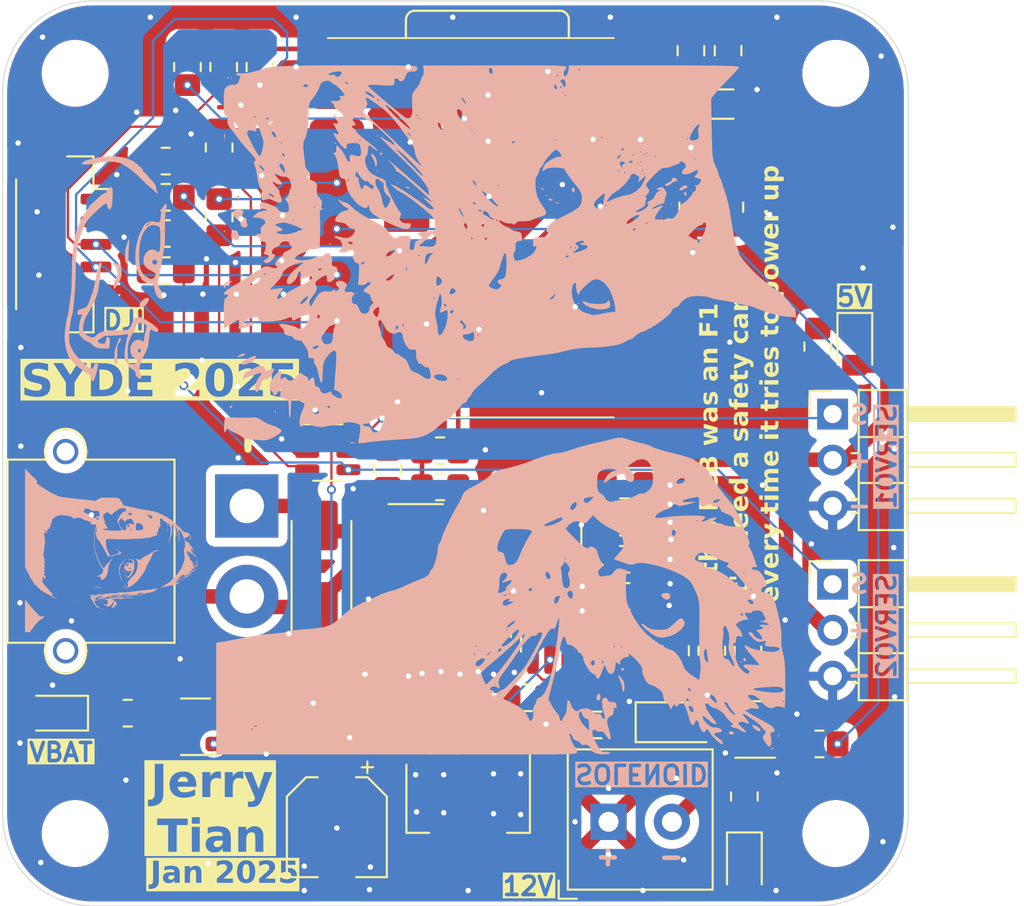
<source format=kicad_pcb>
(kicad_pcb (version 20240108) (generator "pcbnew") (generator_version "8.0")
  (layers (0 "F.Cu" signal) (1 "In1.Cu" signal) (2 "In2.Cu" signal) (31 "B.Cu" signal) (34 "B.Paste" user) (35 "F.Paste" user) (36 "B.SilkS" user "B.Silkscreen") (37 "F.SilkS" user "F.Silkscreen") (38 "B.Mask" user) (39 "F.Mask" user) (44 "Edge.Cuts" user))
  (net 0 "")
  (net 2 "+5V")
  (net 4 "+3.3V")
  (net 6 "MCU_5V")
  (net 7 "/MCU/VCC_BUFFER")
  (net 10 "VBAT_FILTERED")
  (net 11 "+12V")
  (net 12 "GND")
  (net 17 "/Power/SW_SNUBBER")
  (net 18 "/MCU/CHIP_EN")
  (net 19 "/BUFF_SERVO_PWM2")
  (net 20 "+BATT")
  (net 21 "-BATT")
  (net 22 "SOLENOID-")
  (net 23 "/Solenoid Driver/SOLENOID_FET_G")
  (net 24 "/SOLENOID_DRIVE")
  (net 25 "/Power/BOOT")
  (net 26 "/Power/SW")
  (net 27 "/Power/VIN_LED_K")
  (net 28 "/Power/5V_LED_K")
  (net 29 "/Power/12V_LED_K")
  (net 30 "/DJI_PWM1")
  (net 31 "/Power/FB")
  (net 32 "/Power/ADJ")
  (net 33 "/Power/EN")
  (net 34 "/SCL")
  (net 35 "/DJI_PWM2")
  (net 36 "/SDA")
  (net 37 "/BUFF_SERVO_PWM1")
  (net 38 "/MCU/RAW_SERVO_PWM1")
  (net 39 "/MCU/RAW_SERVO_PWM2")
  (net 40 "/MCU/ESP32_PWM1")
  (net 41 "/MCU/ESP32_PWM2")
  (net 43 "/Power/VIN_LED_FET_D")
  (net 44 "/MCU/VIN_LED_CONTROL")
  (footprint "Resistor_SMD:R_0805_2012Metric_Pad1.20x1.40mm_HandSolder" (layer "F.Cu") (at 109 112.85)
    (property "Reference" "R10" (hide yes))
    (property "Value" "RC0805JR-070RL" (hide yes))
  )
  (footprint "Capacitor_SMD:C_0805_2012Metric_Pad1.18x1.45mm_HandSolder" (layer "F.Cu") (at 134.35 126.75)
    (property "Reference" "C11" (hide yes))
    (property "Value" "GRM21BR61C106KE15K" (hide yes))
  )
  (footprint "Capacitor_SMD:C_0805_2012Metric_Pad1.18x1.45mm_HandSolder" (layer "F.Cu") (at 120.15 138.65 180)
    (property "Reference" "C17" (hide yes))
    (property "Value" "CL21B104KBCNNNC" (hide yes))
  )
  (footprint "Capacitor_SMD:C_0805_2012Metric_Pad1.18x1.45mm_HandSolder" (layer "F.Cu") (at 140.15 111.4 -90)
    (property "Reference" "C4" (hide yes))
    (property "Value" "CL21B105KAFNNNE" (hide yes))
  )
  (footprint "Resistor_SMD:R_0805_2012Metric_Pad1.20x1.40mm_HandSolder" (layer "F.Cu") (at 141.15 135.9 -90)
    (property "Reference" "R14" (hide yes))
    (property "Value" "ERA-6AEB114V" (hide yes))
  )
  (footprint "Capacitor_SMD:C_0805_2012Metric_Pad1.18x1.45mm_HandSolder" (layer "F.Cu") (at 137.15 135.9 90)
    (property "Reference" "C15" (hide yes))
    (property "Value" "DNP" (hide yes))
  )
  (footprint "Diode_SMD:D_MicroSMP_AK_MSS1P3L-M3_89A" (layer "F.Cu") (at 139.2525 105.7)
    (property "Reference" "D1" (hide yes))
    (property "Value" "MSS1P3L-M3/89A" (hide yes))
  )
  (footprint "Capacitor_SMD:C_0805_2012Metric_Pad1.18x1.45mm_HandSolder" (layer "F.Cu") (at 132.8 140)
    (property "Reference" "C18" (hide yes))
    (property "Value" "GRM21BR61H475KE51L" (hide yes))
  )
  (footprint "Resistor_SMD:R_0805_2012Metric_Pad1.20x1.40mm_HandSolder" (layer "F.Cu") (at 111.95 111.95 -90)
    (property "Reference" "R11" (hide yes))
    (property "Value" "DNP 0805" (hide yes))
  )
  (footprint "Capacitor_SMD:C_0805_2012Metric_Pad1.18x1.45mm_HandSolder" (layer "F.Cu") (at 125.225 134.88 -90)
    (property "Reference" "C9" (hide yes))
    (property "Value" "GRM21BR61H475KE51L" (hide yes))
  )
  (footprint "Resistor_SMD:R_0805_2012Metric_Pad1.20x1.40mm_HandSolder" (layer "F.Cu") (at 128.9875 138.5)
    (property "Reference" "R19" (hide yes))
    (property "Value" "RT0805BRD0710K7L" (hide yes))
  )
  (footprint "Capacitor_SMD:865080642006" (layer "F.Cu") (at 118.45 145.65 -90)
    (property "Reference" "C6" (hide yes))
    (property "Value" "865080642006" (hide yes))
  )
  (footprint "Resistor_SMD:R_0805_2012Metric_Pad1.20x1.40mm_HandSolder" (layer "F.Cu") (at 110.2 103.65 90)
    (property "Reference" "R3" (hide yes))
    (property "Value" "DNP 0805" (hide yes))
  )
  (footprint "Diode_SMD:D_SMAJ26A-13-F" (layer "F.Cu") (at 117.6 131.2325 90)
    (property "Reference" "D2" (hide yes))
    (property "Value" "SMAJ26A-13-F" (hide yes))
  )
  (footprint "Capacitor_SMD:C_0805_2012Metric_Pad1.18x1.45mm_HandSolder" (layer "F.Cu") (at 140.05 102.75 90)
    (property "Reference" "C2" (hide yes))
    (property "Value" "CL21B105KAFNNNE" (hide yes))
  )
  (footprint "Capacitor_SMD:C_0805_2012Metric_Pad1.18x1.45mm_HandSolder" (layer "F.Cu") (at 123.125 134.88 -90)
    (property "Reference" "C8" (hide yes))
    (property "Value" "GRM21BR61H475KE51L" (hide yes))
  )
  (footprint "Resistor_SMD:R_0805_2012Metric_Pad1.20x1.40mm_HandSolder" (layer "F.Cu") (at 109 114.9)
    (property "Reference" "R9" (hide yes))
    (property "Value" "DNP 0805" (hide yes))
  )
  (footprint "SeeedStudio:XIAO-ESP32C3-SMD" (layer "F.Cu") (at 126.7 112.55)
    (property "Reference" "U1" (hide yes))
    (property "Value" "113991054" (hide yes))
  )
  (footprint "Capacitor_SMD:C_0805_2012Metric_Pad1.18x1.45mm_HandSolder" (layer "F.Cu") (at 138 102.75 90)
    (property "Reference" "C1" (hide yes))
    (property "Value" "CL21B104KBCNNNC" (hide yes))
  )
  (footprint "MountingHole:MountingHole_3.2mm_M3" (layer "F.Cu") (at 146 104)
    (property "Reference" "H3" (hide yes))
    (property "Value" "MountingHole" (hide yes))
  )
  (footprint "LED_SMD:LED_0805_2012Metric_Pad1.15x1.40mm_HandSolder" (layer "F.Cu") (at 147.05 119.1 -90)
    (property "Reference" "D4" (hide yes))
    (property "Value" "150080GS75000" (hide yes))
  )
  (footprint "Resistor_SMD:R_0805_2012Metric_Pad1.20x1.40mm_HandSolder" (layer "F.Cu") (at 106.9 139.35)
    (property "Reference" "R12" (hide yes))
    (property "Value" "ERJ-P06J112V" (hide yes))
  )
  (footprint "Connector_PinHeader_2.54mm:PinHeader_1x03_P2.54mm_Horizontal" (layer "F.Cu") (at 145.825 122.825)
    (property "Reference" "J4" (hide yes))
    (property "Value" "PH1RA-03-UA" (hide yes))
  )
  (footprint "LED_SMD:LED_0805_2012Metric_Pad1.15x1.40mm_HandSolder" (layer "F.Cu") (at 140.95 147.8 -90)
    (property "Reference" "D5" (hide yes))
    (property "Value" "150080GS75000" (hide yes))
  )
  (footprint "Diode_SMD:D_SOD-123F_STPS2H100ZF" (layer "F.Cu") (at 137.2 139.85)
    (property "Reference" "D6" (hide yes))
    (property "Value" "STPS2H100ZF" (hide yes))
  )
  (footprint "Resistor_SMD:R_0805_2012Metric_Pad1.20x1.40mm_HandSolder" (layer "F.Cu") (at 111.95 108.1 -90)
    (property "Reference" "R8" (hide yes))
    (property "Value" "DNP 0805" (hide yes))
  )
  (footprint "Capacitor_SMD:C_0805_2012Metric_Pad1.18x1.45mm_HandSolder" (layer "F.Cu") (at 120.15 140.7 180)
    (property "Reference" "C16" (hide yes))
    (property "Value" "GRM21BR61H475KE51L" (hide yes))
  )
  (footprint "Package_TO_SOT_SMD:SOT-223-3_TabPin2_LM317MDCYR" (layer "F.Cu") (at 125.7 144.05 -90)
    (property "Reference" "U4" (hide yes))
    (property "Value" "LM317MDCYR" (hide yes))
  )
  (footprint "Connector_AMASS:AMASS_XT30PW-M_1x02_P2.50mm_Horizontal" (layer "F.Cu") (at 113.475 127.9 90)
    (property "Reference" "J1" (hide yes))
    (property "Value" "XT30PW-M" (hide yes))
  )
  (footprint "Resistor_SMD:R_0805_2012Metric_Pad1.20x1.40mm_HandSolder" (layer "F.Cu") (at 145 119.1 -90)
    (property "Reference" "R16" (hide yes))
    (property "Value" "RC0805FR-0790R9L" (hide yes))
  )
  (footprint "Resistor_SMD:R_0805_2012Metric_Pad1.20x1.40mm_HandSolder" (layer "F.Cu") (at 125.2 138.5)
    (property "Reference" "R18" (hide yes))
    (property "Value" "RT0805BRD071K3L" (hide yes))
  )
  (footprint "Resistor_SMD:R_0805_2012Metric_Pad1.20x1.40mm_HandSolder" (layer "F.Cu") (at 124.15 124.85 180)
    (property "Reference" "R4" (hide yes))
    (property "Value" "DNP 0805" (hide yes))
  )
  (footprint "Capacitor_SMD:C_0805_2012Metric_Pad1.18x1.45mm_HandSolder" (layer "F.Cu") (at 134.35 132.9)
    (property "Reference" "C14" (hide yes))
    (property "Value" "GRM21BR61C106KE15K" (hide yes))
  )
  (footprint "Resistor_SMD:R_0805_2012Metric_Pad1.20x1.40mm_HandSolder" (layer "F.Cu") (at 145.1 141.05 180)
    (property "Reference" "R21" (hide yes))
    (property "Value" "RC0805JR-070RL" (hide yes))
  )
  (footprint "Package_TO_SOT_SMD:SOT-23-3_DMN3731U-7" (layer "F.Cu") (at 110.65 140.1 180)
    (property "Reference" "Q1" (hide yes))
    (property "Value" "DMN3731U-7" (hide yes))
  )
  (footprint "Resistor_SMD:R_0805_2012Metric_Pad1.20x1.40mm_HandSolder" (layer "F.Cu") (at 140.95 143.95 90)
    (property "Reference" "R20" (hide yes))
    (property "Value" "ERJ-P06J112V" (hide yes))
  )
  (footprint "Package_TO_SOT_SMD:SOT-23-6_LMR51420YDDCR" (layer "F.Cu") (at 130.225 135.05 -90)
    (property "Reference" "U3" (hide yes))
    (property "Value" "LMR51420YDDCR" (hide yes))
  )
  (footprint "Capacitor_SMD:C_0805_2012Metric_Pad1.18x1.45mm_HandSolder" (layer "F.Cu") (at 134.35 130.85)
    (property "Reference" "C13" (hide yes))
    (property "Value" "GRM21BR61C106KE15K" (hide yes))
  )
  (footprint "Capacitor_SMD:C_0805_2012Metric_Pad1.18x1.45mm_HandSolder" (layer "F.Cu") (at 138.1 111.4 -90)
    (property "Reference" "C3" (hide yes))
    (property "Value" "CL21B104KBCNNNC" (hide yes))
  )
  (footprint "Package_TO_SOT_SMD:SOT-23-3_DMN3731U-7" (layer "F.Cu") (at 141.25 140.25 180)
    (property "Reference" "Q2" (hide yes))
    (property "Value" "DMN3731U-7" (hide yes))
  )
  (footprint "Resistor_SMD:R_0805_2012Metric_Pad1.20x1.40mm_HandSolder" (layer "F.Cu") (at 139.15 135.9 90)
    (property "Reference" "R15" (hide yes))
    (property "Value" "RT0805BRD0715KL" (hide yes))
  )
  (footprint "Resistor_SMD:R_0805_2012Metric_Pad1.20x1.40mm_HandSolder" (layer "F.Cu") (at 135.15 135.95 -90)
    (property "Reference" "R17" (hide yes))
    (property "Value" "DNP 0805" (hide yes))
  )
  (footprint "MountingHole:MountingHole_3.2mm_M3" (layer "F.Cu") (at 104 104)
    (property "Reference" "H2" (hide yes))
    (property "Value" "MountingHole" (hide yes))
  )
  (footprint "Capacitor_SMD:C_0805_2012Metric_Pad1.18x1.45mm_HandSolder" (layer "F.Cu") (at 134.35 128.8)
    (property "Reference" "C12" (hide yes))
    (property "Value" "GRM21BR61C106KE15K" (hide yes))
  )
  (footprint "Resistor_SMD:R_0805_2012Metric_Pad1.20x1.40mm_HandSolder" (layer "F.Cu") (at 117.2 139.8 90)
    (property "Reference" "R13" (hide yes))
    (property "Value" "RC0805JR-070RL" (hide yes))
  )
  (footprint "Inductor_SMD:L_CommonModeChoke_TDK_ACM4520-421-2P-T000" (layer "F.Cu") (at 122.8 130.3 180)
    (property "Reference" "FL1" (hide yes))
    (property "Value" "ACM4520-421-2P-T000" (hide yes))
  )
  (footprint "Capacitor_SMD:C_0805_2012Metric_Pad1.18x1.45mm_HandSolder" (layer "F.Cu") (at 133.125 135.92 90)
    (property "Reference" "C7" (hide yes))
    (property "Value" "CL21B104KBCNNNC" (hide yes))
  )
  (footprint "Resistor_SMD:R_0805_2012Metric_Pad1.20x1.40mm_HandSolder" (layer "F.Cu") (at 109 108.85)
    (property "Reference" "R7" (hide yes))
    (property "Value" "RC0805JR-070RL" (hide yes))
  )
  (footprint "Connector_JST:JST_GH_SM05B-GHS-TB_1x05-1MP_P1.25mm_Horizontal" (layer "F.Cu") (at 103.3 113.45 -90)
    (property "Reference" "J2" (hide yes))
    (property "Value" "SM05B-GHS-TB" (hide yes))
  )
  (footprint "Inductor_SMD:L_Taiyo-Yuden_NRS5030T4R7MMGJV" (layer "F.Cu") (at 129.4 129.1 90)
    (property "Reference" "L1" (hide yes))
    (property "Value" "NRS5030T4R7MMGJV" (hide yes))
  )
  (footprint "Resistor_SMD:R_0805_2012Metric_Pad1.20x1.40mm_HandSolder" (layer "F.Cu") (at 112.2 103.65 -90)
    (property "Reference" "R1" (hide yes))
    (property "Value" "RMCF0805JT4K70" (hide yes))
  )
  (footprint "TerminalBlock_Phoenix:TerminalBlock_Phoenix_MKDS-1,5-2_1x02_P3.50mm_Horizontal_1985807" (layer "F.Cu") (at 133.45 145.35)
    (property "Reference" "J3" (hide yes))
    (property "Value" "1985807" (hide yes))
  )
  (footprint "Resistor_SMD:R_0805_2012Metric_Pad1.20x1.40mm_HandSolder" (layer "F.Cu") (at 114.2 103.65 -90)
    (property "Reference" "R2" (hide yes))
    (property "Value" "RMCF0805JT4K70" (hide yes))
  )
  (footprint "MountingHole:MountingHole_3.2mm_M3" (layer "F.Cu") (at 146 146)
    (property "Reference" "H4" (hide yes))
    (property "Value" "MountingHole" (hide yes))
  )
  (footprint "LED_SMD:LED_0805_2012Metric_Pad1.15x1.40mm_HandSolder" (layer "F.Cu") (at 102.85 139.35 180)
    (property "Reference" "D3" (hide yes))
    (property "Value" "150080GS75000" (hide yes))
  )
  (footprint "Resistor_SMD:R_0805_2012Metric_Pad1.20x1.40mm_HandSolder" (layer "F.Cu") (at 109 110.85)
    (property "Reference" "R6" (hide yes))
    (property "Value" "DNP 0805" (hide yes))
  )
  (footprint "Resistor_SMD:R_0805_2012Metric_Pad1.20x1.40mm_HandSolder" (layer "F.Cu") (at 124.15 126.85 180)
    (property "Reference" "R5" (hide yes))
    (property "Value" "RC0805JR-070RL" (hide yes))
  )
  (footprint "MountingHole:MountingHole_3.2mm_M3" (layer "F.Cu") (at 104 146)
    (property "Reference" "H1" (hide yes))
    (property "Value" "MountingHole" (hide yes))
  )
  (footprint "Capacitor_SMD:C_0805_2012Metric_Pad1.18x1.45mm_HandSolder" (layer "F.Cu") (at 127.325 134.88 -90)
    (property "Reference" "C10" (hide yes))
    (property "Value" "CL21B104KBCNNNC" (hide yes))
  )
  (footprint "Package_TO_SOT_SMD:SOT-23-6" (layer "F.Cu") (at 117.95 124.95)
    (property "Reference" "U2" (hide yes))
    (property "Value" "SN74LVC2G17DBVR" (hide yes))
  )
  (footprint "Capacitor_SMD:C_0805_2012Metric_Pad1.18x1.45mm_HandSolder" (layer "F.Cu") (at 121.25 125.85 -90)
    (property "Reference" "C5" (hide yes))
    (property "Value" "CL21B104KBCNNNC" (hide yes))
  )
  (footprint "Connector_PinHeader_2.54mm:PinHeader_1x03_P2.54mm_Horizontal" (layer "F.Cu") (at 145.825 132.225)
    (property "Reference" "J5" (hide yes))
    (property "Value" "PH1RA-03-UA" (hide yes))
  )
  (footprint "LOGO" (layer "B.Cu") (at 106.16109 124.875 90)
    (property "Reference" "G***" (hide yes))
    (property "Value" "LOGO" (hide yes))
  )
  (footprint "LOGO" (layer "B.Cu") (at 131.803489 121.615179 90)
    (property "Reference" "G***" (hide yes))
    (property "Value" "LOGO" (hide yes))
  )
  (footprint "LOGO" (layer "B.Cu") (at 132.219937 123.57297 90)
    (property "Reference" "G***" (hide yes))
    (property "Value" "LOGO" (hide yes))
  )
  (footprint "LOGO" (layer "B.Cu") (at 106 114.25 90)
    (property "Reference" "G***" (hide yes))
    (property "Value" "LOGO" (hide yes))
  )
  (gr_line (start 105 100) (end 145 100) (stroke (width 0.05)) (layer "Edge.Cuts"))
  (gr_arc (start 100 105) (mid 101.464466 101.464466) (end 105 100) (stroke (width 0.05)) (layer "Edge.Cuts"))
  (gr_arc (start 105 150) (mid 101.464466 148.535534) (end 100 145) (stroke (width 0.05)) (layer "Edge.Cuts"))
  (gr_line (start 150 105) (end 150 145) (stroke (width 0.05)) (layer "Edge.Cuts"))
  (gr_line (start 100 145) (end 100 105) (stroke (width 0.05)) (layer "Edge.Cuts"))
  (gr_arc (start 150 145) (mid 148.535534 148.535534) (end 145 150) (stroke (width 0.05)) (layer "Edge.Cuts"))
  (gr_line (start 145 150) (end 105 150) (stroke (width 0.05)) (layer "Edge.Cuts"))
  (gr_arc (start 145 100) (mid 148.535534 101.464466) (end 150 105) (stroke (width 0.05)) (layer "Edge.Cuts"))
  (gr_text "S" (at 147.9 132.8 0) (layer "B.SilkS") (effects (font (size 1 1) (thickness 0.2) (bold yes)) (justify left bottom mirror)))
  (gr_text "-" (at 137.7 147.85 0) (layer "B.SilkS") (effects (font (size 1 1) (thickness 0.25) (bold yes)) (justify left bottom mirror)))
  (gr_text "S" (at 147.907143 123.45 0) (layer "B.SilkS") (effects (font (size 1 1) (thickness 0.2) (bold yes)) (justify left bottom mirror)))
  (gr_text "-\n" (at 148.042857 137.8 0) (layer "B.SilkS") (effects (font (size 1 1) (thickness 0.2) (bold yes)) (justify left bottom mirror)))
  (gr_text "SERVO1\n" (at 149.4 122.2 90) (layer "B.SilkS" knockout) (effects (font (size 1 1) (thickness 0.2) (bold yes)) (justify left bottom mirror)))
  (gr_text "SOLENOID\n" (at 131.5 142.1 180) (layer "B.SilkS" knockout) (effects (font (size 1 1) (thickness 0.2) (bold yes)) (justify left bottom mirror)))
  (gr_text "+" (at 148.05 125.95 0) (layer "B.SilkS") (effects (font (size 1 1) (thickness 0.2) (bold yes)) (justify left bottom mirror)))
  (gr_text "-\n" (at 148.05 128.45 0) (layer "B.SilkS") (effects (font (size 1 1) (thickness 0.2) (bold yes)) (justify left bottom mirror)))
  (gr_text "SERVO2\n\n" (at 151 131.55 90) (layer "B.SilkS" knockout) (effects (font (size 1 1) (thickness 0.2) (bold yes)) (justify left bottom mirror)))
  (gr_text "+" (at 148.042857 135.3 0) (layer "B.SilkS") (effects (font (size 1 1) (thickness 0.2) (bold yes)) (justify left bottom mirror)))
  (gr_text "+" (at 132.9 148.1 270) (layer "B.SilkS") (effects (font (size 1 1) (thickness 0.25) (bold yes)) (justify left bottom mirror)))
  (gr_text "VBAT" (at 101.35 142.1 0) (layer "F.SilkS" knockout) (effects (font (size 1 1) (thickness 0.2) (bold yes)) (justify left bottom)))
  (gr_text "if this PCB was an F1 car\nit'd need a safety car \nevery time it tries to power up" (at 143 133.25 90) (layer "F.SilkS") (effects (font (size 1 1) (thickness 0.2) (bold yes)) (justify left bottom)))
  (gr_text "Jan 2025" (at 108.15 148.925 0) (layer "F.SilkS" knockout) (effects (font (size 1.2 1.2) (thickness 0.2) (bold yes)) (justify left bottom)))
  (gr_text "DJI" (at 105.45 118.25 0) (layer "F.SilkS" knockout) (effects (font (size 1 1) (thickness 0.2) (bold yes)) (justify left bottom)))
  (gr_text "12V" (at 127.5 149.5 0) (layer "F.SilkS" knockout) (effects (font (size 1 1) (thickness 0.2) (bold yes)) (justify left bottom)))
  (gr_text "5V" (at 145.95 116.95 0) (layer "F.SilkS" knockout) (effects (font (size 1 1) (thickness 0.2) (bold yes)) (justify left bottom)))
  (gr_text "SYDE 2025\n" (at 101 122.15 0) (layer "F.SilkS" knockout) (effects (font (size 1.8 1.8) (thickness 0.3) (bold yes)) (justify left bottom)))
  (gr_text "Jerry\nTian" (at 111.55 144.75 0) (layer "F.SilkS" knockout) (effects (font (size 1.8 1.8) (thickness 0.3) (bold yes))))
  (segment (start 143.25 132.8) (end 143.25 132.5) (width 0.127) (layer "F.Cu") (net 2))
  (segment (start 146.535 125.365) (end 148.85 123.05) (width 0.8) (layer "F.Cu") (net 2))
  (segment (start 145.8 125.35) (end 146.55 125.35) (width 0.254) (layer "F.Cu") (net 2))
  (segment (start 143.25 125.35) (end 145.81 125.35) (width 0.8) (layer "F.Cu") (net 2))
  (segment (start 145.825 125.365) (end 145.815 125.365) (width 0.254) (layer "F.Cu") (net 2))
  (segment (start 147.075 120.15) (end 147.05 120.125) (width 0.8) (layer "F.Cu") (net 2))
  (segment (start 148.85 120.05) (end 148.75 120.15) (width 0.8) (layer "F.Cu") (net 2))
  (segment (start 133.3125 126.75) (end 133.3125 132.9) (width 0.8) (layer "F.Cu") (net 2))
  (segment (start 129.4 127.2) (end 125.5 127.2) (width 0.254) (layer "F.Cu") (net 2))
  (segment (start 145.815 125.365) (end 145.8 125.35) (width 0.254) (layer "F.Cu") (net 2))
  (segment (start 125.5 127.2) (end 125.15 126.85) (width 0.254) (layer "F.Cu") (net 2))
  (segment (start 129.4 127.2) (end 132.8625 127.2) (width 0.8) (layer "F.Cu") (net 2))
  (segment (start 145.825 125.365) (end 146.535 125.365) (width 0.8) (layer "F.Cu") (net 2))
  (segment (start 143.25 125.35) (end 143.25 132.5) (width 0.8) (layer "F.Cu") (net 2))
  (segment (start 145.515 134.765) (end 145.825 134.765) (width 0.8) (layer "F.Cu") (net 2))
  (segment (start 148.85 120.05) (end 148.85 114.25) (width 0.8) (layer "F.Cu") (net 2))
  (segment (start 148.85 114.25) (end 140.3 105.7) (width 0.8) (layer "F.Cu") (net 2))
  (segment (start 147.5 120.575) (end 147.05 120.125) (width 0.254) (layer "F.Cu") (net 2))
  (segment (start 145.81 125.35) (end 145.825 125.365) (width 0.8) (layer "F.Cu") (net 2))
  (segment (start 134.05 125.35) (end 143.25 125.35) (width 0.8) (layer "F.Cu") (net 2))
  (segment (start 148.75 120.15) (end 147.075 120.15) (width 0.8) (layer "F.Cu") (net 2))
  (segment (start 133.3125 126.75) (end 133.3125 126.0875) (width 0.8) (layer "F.Cu") (net 2))
  (segment (start 132.8625 127.2) (end 133.3125 126.75) (width 0.8) (layer "F.Cu") (net 2))
  (segment (start 141.15 134.9) (end 143.25 132.8) (width 0.127) (layer "F.Cu") (net 2))
  (segment (start 148.85 123.05) (end 148.85 120.05) (width 0.8) (layer "F.Cu") (net 2))
  (segment (start 133.3125 126.0875) (end 134.05 125.35) (width 0.8) (layer "F.Cu") (net 2))
  (segment (start 140.3 105.7) (end 140.2725 105.7) (width 0.8) (layer "F.Cu") (net 2))
  (segment (start 143.25 132.5) (end 145.515 134.765) (width 0.8) (layer "F.Cu") (net 2))
  (segment (start 131.3 108.95) (end 131.3 103.3) (width 0.254) (layer "F.Cu") (net 4))
  (segment (start 136.015 110.35) (end 135.3775 109.7125) (width 0.254) (layer "F.Cu") (net 4))
  (segment (start 132.575 110.225) (end 131.3 108.95) (width 0.254) (layer "F.Cu") (net 4))
  (segment (start 131.3 103.3) (end 130.65 102.65) (width 0.254) (layer "F.Cu") (net 4))
  (segment (start 130.65 102.65) (end 114.2 102.65) (width 0.254) (layer "F.Cu") (net 4))
  (segment (start 114.2 102.65) (end 110.25 102.65) (width 0.254) (layer "F.Cu") (net 4))
  (segment (start 125.15 124.85) (end 125.15 117.65) (width 0.254) (layer "F.Cu") (net 4))
  (segment (start 132.6 110.2) (end 135.215 110.2) (width 0.254) (layer "F.Cu") (net 4))
  (segment (start 135.3775 109.7125) (end 135.215 109.55) (width 0.2) (layer "F.Cu") (net 4))
  (segment (start 125.15 117.65) (end 132.575 110.225) (width 0.254) (layer "F.Cu") (net 4))
  (segment (start 140.1 110.35) (end 136.015 110.35) (width 0.254) (layer "F.Cu") (net 4))
  (segment (start 138.28625 105.61375) (end 138 105.3275) (width 0.2) (layer "F.Cu") (net 6))
  (segment (start 138 105.3275) (end 138 103.7875) (width 0.2) (layer "F.Cu") (net 6))
  (segment (start 138.28625 105.61375) (end 138.2225 105.55) (width 0.8) (layer "F.Cu") (net 6))
  (segment (start 135.645 105.55) (end 135.215 105.12) (width 0.8) (layer "F.Cu") (net 6))
  (segment (start 138.2225 105.55) (end 135.645 105.55) (width 0.8) (layer "F.Cu") (net 6))
  (segment (start 138.3725 105.7) (end 138.28625 105.61375) (width 0.8) (layer "F.Cu") (net 6))
  (segment (start 140.05 103.7875) (end 138 103.7875) (width 0.2) (layer "F.Cu") (net 6))
  (segment (start 121.1125 124.95) (end 119.0875 124.95) (width 0.254) (layer "F.Cu") (net 7))
  (segment (start 123.15 126.85) (end 123.15 124.85) (width 0.254) (layer "F.Cu") (net 7))
  (segment (start 123.15 124.85) (end 121.2875 124.85) (width 0.254) (layer "F.Cu") (net 7))
  (segment (start 121.25 124.8125) (end 121.1125 124.95) (width 0.254) (layer "F.Cu") (net 7))
  (segment (start 121.2875 124.85) (end 121.25 124.8125) (width 0.254) (layer "F.Cu") (net 7))
  (segment (start 121.1875 138.65) (end 121.1875 140.7) (width 0.8) (layer "F.Cu") (net 10))
  (segment (start 123.2 140.7) (end 123.4 140.9) (width 0.8) (layer "F.Cu") (net 10))
  (segment (start 125.175 133.7925) (end 125.225 133.8425) (width 0.8) (layer "F.Cu") (net 10))
  (segment (start 125.175 131.3) (end 125.175 133.7925) (width 0.8) (layer "F.Cu") (net 10))
  (segment (start 127.325 133.8425) (end 129.1325 133.8425) (width 0.8) (layer "F.Cu") (net 10))
  (segment (start 123.125 133.8425) (end 127.325 133.8425) (width 0.8) (layer "F.Cu") (net 10))
  (segment (start 119.8 143.7) (end 121.1875 142.3125) (width 0.8) (layer "F.Cu") (net 10))
  (segment (start 121.1875 138.65) (end 121.1875 134.8625) (width 0.8) (layer "F.Cu") (net 10))
  (segment (start 118.45 143.7) (end 119.8 143.7) (width 0.8) (layer "F.Cu") (net 10))
  (segment (start 121.1875 134.8625) (end 122.2075 133.8425) (width 0.8) (layer "F.Cu") (net 10))
  (segment (start 117.2 140.8) (end 117.2 141.5) (width 0.127) (layer "F.Cu") (net 10))
  (segment (start 129.1325 133.8425) (end 129.275 133.7) (width 0.3) (layer "F.Cu") (net 10))
  (segment (start 118.45 142.75) (end 118.45 143.7) (width 0.127) (layer "F.Cu") (net 10))
  (segment (start 122.2075 133.8425) (end 123.125 133.8425) (width 0.8) (layer "F.Cu") (net 10))
  (segment (start 117.2 141.5) (end 118.45 142.75) (width 0.127) (layer "F.Cu") (net 10))
  (segment (start 121.1875 140.7) (end 123.2 140.7) (width 0.8) (layer "F.Cu") (net 10))
  (segment (start 121.1875 142.3125) (end 121.1875 140.7) (width 0.8) (layer "F.Cu") (net 10))
  (segment (start 135.85 142.95) (end 133.45 145.35) (width 0.8) (layer "F.Cu") (net 11))
  (segment (start 125.7 140) (end 124.2 138.5) (width 0.127) (layer "F.Cu") (net 11))
  (segment (start 125.7 147.2) (end 131.6 147.2) (width 0.8) (layer "F.Cu") (net 11))
  (segment (start 136.925 148.825) (end 133.45 145.35) (width 0.8) (layer "F.Cu") (net 11))
  (segment (start 131.7625 140) (end 131.7625 143.6625) (width 0.8) (layer "F.Cu") (net 11))
  (segment (start 125.7 140.9) (end 125.7 140) (width 0.127) (layer "F.Cu") (net 11))
  (segment (start 131.6 147.2) (end 133.45 145.35) (width 0.8) (layer "F.Cu") (net 11))
  (segment (start 125.7 147.2) (end 125.7 140.9) (width 0.8) (layer "F.Cu") (net 11))
  (segment (start 140.95 148.825) (end 136.925 148.825) (width 0.8) (layer "F.Cu") (net 11))
  (segment (start 131.7625 143.6625) (end 133.45 145.35) (width 0.8) (layer "F.Cu") (net 11))
  (segment (start 135.85 139.85) (end 135.85 142.95) (width 0.8) (layer "F.Cu") (net 11))
  (segment (start 116.8125 124.95) (end 116.15 124.95) (width 0.254) (layer "F.Cu") (net 12))
  (segment (start 138 108.1) (end 137.56 107.66) (width 0.8) (layer "F.Cu") (net 12))
  (segment (start 131.175 133.175) (end 132 132.35) (width 0.5) (layer "F.Cu") (net 12))
  (segment (start 116.15 124.95) (end 115.4 124.2) (width 0.254) (layer "F.Cu") (net 12))
  (segment (start 131.175 133.7) (end 131.175 133.175) (width 0.5) (layer "F.Cu") (net 12))
  (segment (start 132.61 107.66) (end 135.215 107.66) (width 0.8) (layer "F.Cu") (net 12))
  (segment (start 137.56 107.66) (end 135.215 107.66) (width 0.8) (layer "F.Cu") (net 12))
  (segment (start 132.6 107.65) (end 132.61 107.66) (width 0.8) (layer "F.Cu") (net 12))
  (via (at 140.15 118.85) (size 0.5) (drill 0.3) (layers "F.Cu" "B.Cu") (net 12))
  (via (at 122.4 137.3) (size 0.5) (drill 0.3) (layers "F.Cu" "B.Cu") (net 12))
  (via (at 136.85 128.8) (size 0.5) (drill 0.3) (layers "F.Cu" "B.Cu") (net 12))
  (via (at 115.45 111.85) (size 0.5) (drill 0.3) (layers "F.Cu" "B.Cu") (net 12))
  (via (at 133.45 147.15) (size 0.5) (drill 0.3) (layers "F.Cu" "B.Cu") (net 12))
  (via (at 130.9 110.15) (size 0.5) (drill 0.3) (layers "F.Cu" "B.Cu") (net 12))
  (via (at 133.55 100.9) (size 0.5) (drill 0.3) (layers "F.Cu" "B.Cu") (net 12))
  (via (at 125.7 149.15) (size 0.5) (drill 0.3) (layers "F.Cu" "B.Cu") (net 12))
  (via (at 124.2 137.05) (size 0.5) (drill 0.3) (layers "F.Cu" "B.Cu") (net 12))
  (via (at 122.85 144.8) (size 0.5) (drill 0.3) (layers "F.Cu" "B.Cu") (net 12))
  (via (at 122.5 107.8) (size 0.5) (drill 0.3) (layers "F.Cu" "B.Cu") (net 12))
  (via (at 126.8 107.75) (size 0.5) (drill 0.3) (layers "F.Cu" "B.Cu") (net 12))
  (via (at 130.1 103.9) (size 0.5) (drill 0.3) (layers "F.Cu" "B.Cu") (net 12))
  (via (at 106.8 143.05) (size 0.5) (drill 0.3) (layers "F.Cu" "B.Cu") (net 12))
  (via (at 100.95 133.25) (size 0.5) (drill 0.3) (layers "F.Cu" "B.Cu") (net 12))
  (via (at 109.55 106.05) (size 0.5) (drill 0.3) (layers "F.Cu" "B.Cu") (net 12))
  (via (at 148.5 103.05) (size 0.5) (drill 0.3) (layers "F.Cu" "B.Cu") (net 12))
  (via (at 128.6 142.7) (size 0.5) (drill 0.3) (layers "F.Cu" "B.Cu") (net 12))
  (via (at 112.85 114.45) (size 0.6) (drill 0.3) (layers "F.Cu" "B.Cu") (net 12))
  (via (at 115.4 124.2) (size 0.5) (drill 0.3) (layers "F.Cu" "B.Cu") (net 12))
  (via (at 116.2 103.65) (size 0.5) (drill 0.3) (layers "F.Cu" "B.Cu") (net 12))
  (via (at 101.9 111.65) (size 0.5) (drill 0.3) (layers "F.Cu" "B.Cu") (net 12))
  (via (at 131.6 145.35) (size 0.5) (drill 0.3) (layers "F.Cu" "B.Cu") (net 12))
  (via (at 127.1 142.7) (size 0.5) (drill 0.3) (layers "F.Cu" "B.Cu") (net 12))
  (via (at 148.6 146.45) (size 0.5) (drill 0.3) (layers "F.Cu" "B.Cu") (net 12))
  (via (at 120.25 149.1) (size 0.5) (drill 0.3) (layers "F.Cu" "B.Cu") (net 12))
  (via (at 124.35 144.85) (size 0.5) (drill 0.3) (layers "F.Cu" "B.Cu") (net 12))
  (via (at 144.65 130) (size 0.5) (drill 0.3) (layers "F.Cu" "B.Cu") (net 12))
  (via (at 123.15 137.15) (size 0.5) (drill 0.3) (layers "F.Cu" "B.Cu") (net 12))
  (via (at 136.85 127.8) (size 0.5) (drill 0.3) (layers "F.Cu" "B.Cu") (net 12))
  (via (at 111.35 147.65) (size 0.5) (drill 0.3) (layers "F.Cu" "B.Cu") (net 12))
  (via (at 149.230585 124.751255) (size 0.5) (drill 0.3) (layers "F.Cu" "B.Cu") (net 12))
  (via (at 141.65 104.9) (size 0.5) (drill 0.3) (layers "F.Cu" "B.Cu") (net 12))
  (via (at 126.85 110.8) (size 0.5) (drill 0.3) (layers "F.Cu" "B.Cu") (net 12))
  (via (at 127.1 137.2) (size 0.5) (drill 0.3) (layers "F.Cu" "B.Cu") (net 12))
  (via (at 149.15 112.5) (size 0.5) (drill 0.3) (layers "F.Cu" "B.Cu") (net 12))
  (via (at 120 137.2) (size 0.5) (drill 0.3) (layers "F.Cu" "B.Cu") (net 12))
  (via (at 143.2 134.2) (size 0.5) (drill 0.3) (layers "F.Cu" "B.Cu") (net 12))
  (via (at 101 124.6) (size 0.5) (drill 0.3) (layers "F.Cu" "B.Cu") (net 12))
  (via (at 112.9 116.2) (size 0.5) (drill 0.3) (layers "F.Cu" "B.Cu") (net 12))
  (via (at 111.05 116.2) (size 0.5) (drill 0.3) (layers "F.Cu" "B.Cu") (net 12))
  (via (at 135.35 149.15) (size 0.5) (drill 0.3) (layers "F.Cu" "B.Cu") (net 12))
  (via (at 106.7 113.05) (size 0.5) (drill 0.3) (layers "F.Cu" "B.Cu") (net 12))
  (via (at 141.45 132.9) (size 0.5) (drill 0.3) (layers "F.Cu" "B.Cu") (net 12))
  (via (at 130 139.95) (size 0.5) (drill 0.3) (layers "F.Cu" "B.Cu") (net 12))
  (via (at 136.85 132.2) (size 0.5) (drill 0.3) (layers "F.Cu" "B.Cu") (net 12))
  (via (at 101 119.15) (size 0.5) (drill 0.3) (layers "F.Cu" "B.Cu") (net 12))
  (via (at 138.1 113.9) (size 0.5) (drill 0.3) (layers "F.Cu" "B.Cu") (net 12))
  (via (at 112.95 121.3) (size 0.5) (drill 0.3) (layers "F.Cu" "B.Cu") (net 12))
  (via (at 115.4 114.35) (size 0.6) (drill 0.3) (layers "F.Cu" "B.Cu") (net 12))
  (via (at 128.6 144.95) (size 0.5) (drill 0.3) (layers "F.Cu" "B.Cu") (net 12))
  (via (at 143.85 139.4) (size 0.5) (drill 0.3) (layers "F.Cu" "B.Cu") (net 12))
  (via (at 120.2 133.05) (size 0.5) (drill 0.3) (layers "F.Cu" "B.Cu") (net 12))
  (via (at 131.95 128.95) (size 0.5) (drill 0.3) (layers "F.Cu" "B.Cu") (net 12))
  (via (at 103.8 134.25) (size 0.5) (drill 0.3) (layers "F.Cu" "B.Cu") (net 12))
  (via (at 139.9 141.55) (size 0.5) (drill 0.3) (layers "F.Cu" "B.Cu") (net 12))
  (via (at 116.65 149.15) (size 0.5) (drill 0.3) (layers "F.Cu" "B.Cu") (net 12))
  (via (at 106.3 109.6) (size 0.5) (drill 0.3) (layers "F.Cu" "B.Cu") (net 12))
  (via (at 100.85 107.85) (size 0.5) (drill 0.3) (layers "F.Cu" "B.Cu") (net 12))
  (via (at 122.8 142.75) (size 0.5) (drill 0.3) (layers "F.Cu" "B.Cu") (net 12))
  (via (at 132 132.35) (size 0.5) (drill 0.3) (layers "F.Cu" "B.Cu") (net 12))
  (via (at 138.9 138.35) (size 0.5) (drill 0.3) (layers "F.Cu" "B.Cu") (net 12))
  (via (at 121.8 122.15) (size 0.5) (drill 0.3) (layers "F.Cu" "B.Cu") (net 12))
  (via (at 132 133.7) (size 0.5) (drill 0.3) (layers "F.Cu" "B.Cu") (net 12))
  (via (at 137.6 147.45) (size 0.5) (drill 0.3) (layers "F.Cu" "B.Cu") (net 12))
  (via (at 138 108.1) (size 0.5) (drill 0.3) (layers "F.Cu" "B.Cu") (net 12))
  (via (at 126.55 128.15) (size 0.5) (drill 0.3) (layers "F.Cu" "B.Cu") (net 12))
  (via (at 128.2 132.6) (size 0.5) (drill 0.3) (layers "F.Cu" "B.Cu") (net 12))
  (via (at 123.4 117.85) (size 0.5) (drill 0.3) (layers "F.Cu" "B.Cu") (net 12))
  (via (at 108.9 116.25) (size 0.5) (drill 0.3) (layers "F.Cu" "B.Cu") (net 12))
  (via (at 111.25 114.25) (size 0.6) (drill 0.3) (layers "F.Cu" "B.Cu") (net 12))
  (via (at 104.9 128.4) (size 0.5) (drill 0.3) (layers "F.Cu" "B.Cu") (net 12))
  (via (at 136.85 126.75) (size 0.5) (drill 0.3) (layers "F.Cu" "B.Cu") (net 12))
  (via (at 136.9 129.75) (size 0.5) (drill 0.3) (layers "F.Cu" "B.Cu") (net 12))
  (via (at 102.1 147.6) (size 0.5) (drill 0.3) (layers "F.Cu" "B.Cu") (net 12))
  (via (at 109.8 136.35) (size 0.5) (drill 0.3) (layers "F.Cu" "B.Cu") (net 12))
  (via (at 142.7 149.15) (size 0.5) (drill 0.3) (layers "F.Cu" "B.Cu") (net 12))
  (via (at 142.75 142.65) (size 0.5) (drill 0.3) (layers "F.Cu" "B.Cu") (net 12))
  (via (at 114.55 141.6) (size 0.5) (drill 0.3) (layers "F.Cu" "B.Cu") (net 12))
  (via (at 137.2 142.95) (size 0.5) (drill 0.3) (layers "F.Cu" "B.Cu") (net 12))
  (via (at 127.1 144.9) (size 0.5) (drill 0.3) (layers "F.Cu" "B.Cu") (net 12))
  (via (at 132.6 107.65) (size 0.5) (drill 0.3) (layers "F.Cu" "B.Cu") (net 12))
  (via (at 134.6 138.7) (size 0.5) (drill 0.3) (layers "F.Cu" "B.Cu") (net 12))
  (via (at 126.25 137.05) (size 0.5) (drill 0.3) (layers "F.Cu" "B.Cu") (net 12))
  (via (at 120.3 147.85) (size 0.5) (drill 0.3) (layers "F.Cu" "B.Cu") (net 12))
  (via (at 135.215 107.66) (size 0.5) (drill 0.3) (layers "F.Cu" "B.Cu") (net 12))
  (via (at 133.45 143.5) (size 0.5) (drill 0.3) (layers "F.Cu" "B.Cu") (net 12))
  (via (at 100.95 141) (size 0.5) (drill 0.3) (layers "F.Cu" "B.Cu") (net 12))
  (via (at 113 125.25) (size 0.5) (drill 0.3) (layers "F.Cu" "B.Cu") (net 12))
  (via (at 126.3 118.15) (size 0.5) (drill 0.3) (layers "F.Cu" "B.Cu") (net 12))
  (via (at 102.75 137.8) (size 0.5) (drill 0.3) (layers "F.Cu" "B.Cu") (net 12))
  (via (at 107.4 106.15) (size 0.5) (drill 0.3) (layers "F.Cu" "B.Cu") (net 12))
  (via (at 147.5 114.75) (size 0.5) (drill 0.3) (layers "F.Cu" "B.Cu") (net 12))
  (via (at 131.6 116.9) (size 0.6) (drill 0.3) (layers "F.Cu" "B.Cu") (net 12))
  (via (at 106.9 121.55) (size 0.5) (drill 0.3) (layers "F.Cu" "B.Cu") (net 12))
  (via (at 108.15 100.9) (size 0.5) (drill 0.3) (layers "F.Cu" "B.Cu") (net 12))
  (via (at 136.8 133.4) (size 0.5) (drill 0.3) (layers "F.Cu" "B.Cu") (net 12))
  (via (at 141.95 126.75) (size 0.5) (drill 0.3) (layers "F.Cu" "B.Cu") (net 12))
  (via (at 124.35 142.75) (size 0.5) (drill 0.3) (layers "F.Cu" "B.Cu") (net 12))
  (via (at 115.5 116.2) (size 0.5) (drill 0.3) (layers "F.Cu" "B.Cu") (net 12))
  (via (at 142.75 100.9) (size 0.5) (drill 0.3) (layers "F.Cu" "B.Cu") (net 12))
  (via (at 129.75 121.65) (size 0.5) (drill 0.3) (layers "F.Cu" "B.Cu") (net 12))
  (via (at 115.8 134.95) (size 0.5) (drill 0.3) (layers "F.Cu" "B.Cu") (net 12))
  (via (at 121.9 113.8) (size 0.5) (drill 0.3) (layers "F.Cu" "B.Cu") (net 12))
  (via (at 149.2 130.2) (size 0.5) (drill 0.3) (layers "F.Cu" "B.Cu") (net 12))
  (via (at 102.2 102) (size 0.5) (drill 0.3) (layers "F.Cu" "B.Cu") (net 12))
  (via (at 126.8 105.2) (size 0.5) (drill 0.3) (layers "F.Cu" "B.Cu") (net 12))
  (via (at 119.35 126.95) (size 0.5) (drill 0.3) (layers "F.Cu" "B.Cu") (net 12))
  (via (at 122.4 103.65) (size 0.5) (drill 0.3) (layers "F.Cu" "B.Cu") (net 12))
  (via (at 113.15 112.05) (size 0.5) (drill 0.3) (layers "F.Cu" "B.Cu") (net 12))
  (via (at 149.25 138.45) (size 0.5) (drill 0.3) (layers "F.Cu" "B.Cu") (net 12))
  (via (at 111 119.85) (size 0.5) (drill 0.3) (layers "F.Cu" "B.Cu") (net 12))
  (via (at 124.85 100.9) (size 0.5) (drill 0.3) (layers "F.Cu" "B.Cu") (net 12))
  (via (at 136.85 130.85) (size 0.5) (drill 0.3) (layers "F.Cu" "B.Cu") (net 12))
  (via (at 116.2 100.9) (size 0.5) (drill 0.3) (layers "F.Cu" "B.Cu") (net 12))
  (via (at 125.25 137.2) (size 0.5) (drill 0.3) (layers "F.Cu" "B.Cu") (net 12))
  (via (at 117.25 122.6) (size 0.5) (drill 0.3) (layers "F.Cu" "B.Cu") (net 12))
  (via (at 102 115.15) (size 0.5) (drill 0.3) (layers "F.Cu" "B.Cu") (net 12))
  (via (at 113.15 105.75) (size 0.6) (drill 0.3) (layers "F.Cu" "B.Cu") (net 12))
  (via (at 118.45 145.7) (size 0.5) (drill 0.3) (layers "F.Cu" "B.Cu") (net 12))
  (via (at 142.35 111.8) (size 0.5) (drill 0.3) (layers "F.Cu" "B.Cu") (net 12))
  (via (at 119.15 140.7) (size 0.6) (drill 0.3) (layers "F.Cu" "B.Cu") (net 12))
  (via (at 116.65 147.8) (size 0.5) (drill 0.3) (layers "F.Cu" "B.Cu") (net 12))
  (via (at 110.4 107.35) (size 0.5) (drill 0.3) (layers "F.Cu" "B.Cu") (net 12))
  (via (at 114.3 109.65) (size 0.5) (drill 0.3) (layers "F.Cu" "B.Cu") (net 12))
  (via (at 133 111.35) (size 0.5) (drill 0.3) (layers "F.Cu" "B.Cu") (net 12))
  (via (at 128.25 137.1) (size 0.5) (drill 0.3) (layers "F.Cu" "B.Cu") (net 12))
  (via (at 126.65 124.8) (size 0.5) (drill 0.3) (layers "F.Cu" "B.Cu") (net 12))
  (segment (start 137.1375 136.95) (end 135.15 136.95) (width 0.127) (layer "F.Cu") (net 17))
  (segment (start 137.15 136.9375) (end 137.1375 136.95) (width 0.127) (layer "F.Cu") (net 17))
  (via (at 110.2 104.65) (size 0.5) (drill 0.3) (layers "F.Cu" "B.Cu") (net 18))
  (via (at 125.485 106.498) (size 0.5) (drill 0.3) (layers "F.Cu" "B.Cu") (net 18))
  (segment (start 110.2 104.65) (end 112.05 106.5) (width 0.127) (layer "B.Cu") (net 18))
  (segment (start 125.483 106.5) (end 125.485 106.498) (width 0.127) (layer "B.Cu") (net 18))
  (segment (start 112.05 106.5) (end 125.483 106.5) (width 0.127) (layer "B.Cu") (net 18))
  (segment (start 119.0875 125.9) (end 119.2375 125.75) (width 0.127) (layer "F.Cu") (net 19))
  (segment (start 119.2375 125.75) (end 119.2375 125.7) (width 0.127) (layer "F.Cu") (net 19))
  (segment (start 110 114.9) (end 110 121.25) (width 0.127) (layer "F.Cu") (net 19))
  (via (at 110 121.25) (size 0.5) (drill 0.3) (layers "F.Cu" "B.Cu") (net 19))
  (via (at 119.0875 125.9) (size 0.5) (drill 0.3) (layers "F.Cu" "B.Cu") (net 19))
  (segment (start 119.0875 125.9) (end 118.6875 125.5) (width 0.127) (layer "B.Cu") (net 19))
  (segment (start 118.6875 125.5) (end 114.25 125.5) (width 0.127) (layer "B.Cu") (net 19))
  (segment (start 119.0875 125.9) (end 139.5 125.9) (width 0.127) (layer "B.Cu") (net 19))
  (segment (start 114.25 125.5) (end 110 121.25) (width 0.127) (layer "B.Cu") (net 19))
  (segment (start 139.5 125.9) (end 145.825 132.225) (width 0.127) (layer "B.Cu") (net 19))
  (segment (start 120.425 131.3) (end 119.35 131.3) (width 0.8) (layer "F.Cu") (net 20))
  (segment (start 101.825 139.35) (end 101.825 139.225) (width 0.8) (layer "F.Cu") (net 20))
  (segment (start 101.4 134.8) (end 103.3 132.9) (width 0.8) (layer "F.Cu") (net 20))
  (segment (start 101.825 139.225) (end 101.85 139.2) (width 0.8) (layer "F.Cu") (net 20))
  (segment (start 117.6 133.05) (end 117.6 133.4825) (width 0.8) (layer "F.Cu") (net 20))
  (segment (start 101.4 138.75) (end 101.4 134.8) (width 0.8) (layer "F.Cu") (net 20))
  (segment (start 101.85 139.2) (end 101.4 138.75) (width 0.8) (layer "F.Cu") (net 20))
  (segment (start 103.3 132.9) (end 113.475 132.9) (width 0.8) (layer "F.Cu") (net 20))
  (segment (start 114.0575 133.4825) (end 113.475 132.9) (width 0.8) (layer "F.Cu") (net 20))
  (segment (start 119.35 131.3) (end 117.6 133.05) (width 0.8) (layer "F.Cu") (net 20))
  (segment (start 117.6 133.4825) (end 114.0575 133.4825) (width 0.8) (layer "F.Cu") (net 20))
  (segment (start 117.9175 129.3) (end 117.6 128.9825) (width 0.8) (layer "F.Cu") (net 21))
  (segment (start 113.475 127.9) (end 113.45 127.9) (width 0.127) (layer "F.Cu") (net 21))
  (segment (start 116.5175 127.9) (end 117.6 128.9825) (width 0.8) (layer "F.Cu") (net 21))
  (segment (start 113.45 127.9) (end 116.5175 127.9) (width 0.8) (layer "F.Cu") (net 21))
  (segment (start 120.425 129.3) (end 117.9175 129.3) (width 0.8) (layer "F.Cu") (net 21))
  (segment (start 138.55 139.85) (end 138.55 143.75) (width 0.8) (layer "F.Cu") (net 22))
  (segment (start 140.25 140.25) (end 138.95 140.25) (width 0.8) (layer "F.Cu") (net 22))
  (segment (start 138.55 143.75) (end 136.95 145.35) (width 0.8) (layer "F.Cu") (net 22))
  (segment (start 138.95 140.25) (end 138.55 139.85) (width 0.8) (layer "F.Cu") (net 22))
  (segment (start 143.95 141.2) (end 142.25 141.2) (width 0.127) (layer "F.Cu") (net 23))
  (segment (start 144.1 141.05) (end 143.95 141.2) (width 0.127) (layer "F.Cu") (net 23))
  (segment (start 118.55 112.69) (end 118.45 112.59) (width 0.127) (layer "F.Cu") (net 24))
  (segment (start 118.55 112.74) (end 118.55 112.69) (width 0.127) (layer "F.Cu") (net 24))
  (via (at 146.1 141.05) (size 0.5) (drill 0.3) (layers "F.Cu" "B.Cu") (net 24))
  (via (at 118.45 112.59) (size 0.5) (drill 0.3) (layers "F.Cu" "B.Cu") (net 24))
  (segment (start 118.45 112.59) (end 118.46 112.6) (width 0.127) (layer "B.Cu") (net 24))
  (segment (start 148.35 138.8) (end 146.1 141.05) (width 0.127) (layer "B.Cu") (net 24))
  (segment (start 148.35 121.55) (end 148.35 138.8) (width 0.127) (layer "B.Cu") (net 24))
  (segment (start 118.46 112.6) (end 139.4 112.6) (width 0.127) (layer "B.Cu") (net 24))
  (segment (start 139.4 112.6) (end 148.35 121.55) (width 0.127) (layer "B.Cu") (net 24))
  (segment (start 131.225 136.45) (end 131.175 136.4) (width 0.127) (layer "F.Cu") (net 25))
  (segment (start 132.8575 136.9575) (end 132.35 136.45) (width 0.127) (layer "F.Cu") (net 25))
  (segment (start 132.35 136.45) (end 131.225 136.45) (width 0.127) (layer "F.Cu") (net 25))
  (segment (start 133.125 136.9575) (end 132.8575 136.9575) (width 0.127) (layer "F.Cu") (net 25))
  (segment (start 135.15 134.95) (end 135.0825 134.8825) (width 0.127) (layer "F.Cu") (net 26))
  (segment (start 133.0575 134.95) (end 133.125 134.8825) (width 0.127) (layer "F.Cu") (net 26))
  (segment (start 135.0825 134.8825) (end 133.125 134.8825) (width 0.127) (layer "F.Cu") (net 26))
  (segment (start 130.6 134.95) (end 133.0575 134.95) (width 0.127) (layer "F.Cu") (net 26))
  (segment (start 130.225 131.825) (end 129.4 131) (width 0.8) (layer "F.Cu") (net 26))
  (segment (start 130.225 133.7) (end 130.225 134.575) (width 0.127) (layer "F.Cu") (net 26))
  (segment (start 130.225 134.575) (end 130.6 134.95) (width 0.127) (layer "F.Cu") (net 26))
  (segment (start 130.225 133.7) (end 130.225 131.825) (width 0.8) (layer "F.Cu") (net 26))
  (segment (start 103.875 139.35) (end 105.9 139.35) (width 0.8) (layer "F.Cu") (net 27))
  (segment (start 147.05 118.075) (end 145.025 118.075) (width 0.254) (layer "F.Cu") (net 28))
  (segment (start 145.025 118.075) (end 145 118.1) (width 0.254) (layer "F.Cu") (net 28))
  (segment (start 140.95 146.775) (end 140.95 144.95) (width 0.8) (layer "F.Cu") (net 29))
  (segment (start 107.9 110.95) (end 108 110.85) (width 0.127) (layer "F.Cu") (net 30))
  (segment (start 105.15 110.95) (end 107.9 110.95) (width 0.127) (layer "F.Cu") (net 30))
  (segment (start 108 108.85) (end 108 110.85) (width 0.127) (layer "F.Cu") (net 30))
  (segment (start 129.8 137.5) (end 129.275 136.975) (width 0.127) (layer "F.Cu") (net 31))
  (segment (start 131.2 137.9) (end 130.8 137.5) (width 0.127) (layer "F.Cu") (net 31))
  (segment (start 129.275 136.975) (end 129.275 136.4) (width 0.127) (layer "F.Cu") (net 31))
  (segment (start 139.15 136.9) (end 138.15 137.9) (width 0.127) (layer "F.Cu") (net 31))
  (segment (start 141.15 136.9) (end 139.15 136.9) (width 0.127) (layer "F.Cu") (net 31))
  (segment (start 130.8 137.5) (end 129.8 137.5) (width 0.127) (layer "F.Cu") (net 31))
  (segment (start 138.15 137.9) (end 131.2 137.9) (width 0.127) (layer "F.Cu") (net 31))
  (segment (start 127.9875 138.5) (end 127.9875 140.8875) (width 0.127) (layer "F.Cu") (net 32))
  (segment (start 127.9875 140.8875) (end 128 140.9) (width 0.127) (layer "F.Cu") (net 32))
  (segment (start 126.2 138.5) (end 127.9875 138.5) (width 0.127) (layer "F.Cu") (net 32))
  (segment (start 117.2 138.8) (end 117.15 138.8) (width 0.127) (layer "F.Cu") (net 33))
  (via (at 130.225 136.4) (size 0.5) (drill 0.3) (layers "F.Cu" "B.Cu") (net 33))
  (via (at 117.15 138.8) (size 0.5) (drill 0.3) (layers "F.Cu" "B.Cu") (net 33))
  (segment (start 127.825 138.8) (end 130.225 136.4) (width 0.127) (layer "B.Cu") (net 33))
  (segment (start 117.15 138.8) (end 127.825 138.8) (width 0.127) (layer "B.Cu") (net 33))
  (via (at 114.2 104.65) (size 0.5) (drill 0.3) (layers "F.Cu" "B.Cu") (net 34))
  (via (at 118.45 117.67) (size 0.5) (drill 0.3) (layers "F.Cu" "B.Cu") (net 34))
  (via (at 105.15 114.7) (size 0.5) (drill 0.3) (layers "F.Cu" "B.Cu") (net 34))
  (segment (start 108.3 106.45) (end 108.3 102.2) (width 0.127) (layer "B.Cu") (net 34))
  (segment (start 104.05 113.6) (end 104.05 110.7) (width 0.127) (layer "B.Cu") (net 34))
  (segment (start 114.95 101) (end 115.7 101.75) (width 0.127) (layer "B.Cu") (net 34))
  (segment (start 109.5 101) (end 114.95 101) (width 0.127) (layer "B.Cu") (net 34))
  (segment (start 118.46 117.75) (end 108.7 117.75) (width 0.127) (layer "B.Cu") (net 34))
  (segment (start 115.7 103.15) (end 114.2 104.65) (width 0.127) (layer "B.Cu") (net 34))
  (segment (start 104.05 110.7) (end 108.3 106.45) (width 0.127) (layer "B.Cu") (net 34))
  (segment (start 105.15 114.7) (end 104.05 113.6) (width 0.127) (layer "B.Cu") (net 34))
  (segment (start 115.7 101.75) (end 115.7 103.15) (width 0.127) (layer "B.Cu") (net 34))
  (segment (start 108.7 117.75) (end 105.65 114.7) (width 0.127) (layer "B.Cu") (net 34))
  (segment (start 118.45 117.67) (end 118.45 117.72) (width 0.127) (layer "B.Cu") (net 34))
  (segment (start 108.3 102.2) (end 109.5 101) (width 0.127) (layer "B.Cu") (net 34))
  (segment (start 118.45 117.72) (end 118.53 117.8) (width 0.127) (layer "B.Cu") (net 34))
  (segment (start 105.65 114.7) (end 105.15 114.7) (width 0.127) (layer "B.Cu") (net 34))
  (segment (start 118.53 117.82) (end 118.46 117.75) (width 0.127) (layer "B.Cu") (net 34))
  (segment (start 105.15 112.2) (end 107.35 112.2) (width 0.127) (layer "F.Cu") (net 35))
  (segment (start 108 112.85) (end 108 114.9) (width 0.127) (layer "F.Cu") (net 35))
  (segment (start 107.35 112.2) (end 108 112.85) (width 0.127) (layer "F.Cu") (net 35))
  (segment (start 103.6 113.05) (end 104 113.45) (width 0.127) (layer "F.Cu") (net 36))
  (segment (start 103.6 110.4) (end 103.6 113.05) (width 0.127) (layer "F.Cu") (net 36))
  (segment (start 112.2 104.65) (end 109.9 106.95) (width 0.127) (layer "F.Cu") (net 36))
  (segment (start 104 113.45) (end 105.15 113.45) (width 0.127) (layer "F.Cu") (net 36))
  (segment (start 109.9 106.95) (end 107.05 106.95) (width 0.127) (layer "F.Cu") (net 36))
  (segment (start 107.05 106.95) (end 103.6 110.4) (width 0.127) (layer "F.Cu") (net 36))
  (via (at 118.45 115.13) (size 0.5) (drill 0.3) (layers "F.Cu" "B.Cu") (net 36))
  (via (at 105.15 113.45) (size 0.5) (drill 0.3) (layers "F.Cu" "B.Cu") (net 36))
  (segment (start 118.45 115.13) (end 118.45 115.18) (width 0.127) (layer "B.Cu") (net 36))
  (segment (start 105.25 113.45) (end 105.15 113.45) (width 0.127) (layer "B.Cu") (net 36))
  (segment (start 118.45 115.18) (end 118.52 115.25) (width 0.127) (layer "B.Cu") (net 36))
  (segment (start 118.52 115.28) (end 118.39 115.15) (width 0.127) (layer "B.Cu") (net 36))
  (segment (start 118.39 115.15) (end 106.95 115.15) (width 0.127) (layer "B.Cu") (net 36))
  (segment (start 106.95 115.15) (end 105.25 113.45) (width 0.127) (layer "B.Cu") (net 36))
  (segment (start 119.2375 124) (end 120 124) (width 0.127) (layer "F.Cu") (net 37))
  (segment (start 145.6 123.05) (end 145.825 122.825) (width 0.127) (layer "F.Cu") (net 37))
  (segment (start 119.2375 123.8) (end 119.2375 124) (width 0.127) (layer "F.Cu") (net 37))
  (segment (start 120 124) (end 120.95 123.05) (width 0.127) (layer "F.Cu") (net 37))
  (segment (start 110 110.85) (end 110 110.8) (width 0.127) (layer "F.Cu") (net 37))
  (via (at 120.95 123.05) (size 0.5) (drill 0.3) (layers "F.Cu" "B.Cu") (net 37))
  (via (at 110 110.8) (size 0.5) (drill 0.3) (layers "F.Cu" "B.Cu") (net 37))
  (segment (start 112.75 113.55) (end 120.35 113.55) (width 0.127) (layer "B.Cu") (net 37))
  (segment (start 110 110.8) (end 112.75 113.55) (width 0.127) (layer "B.Cu") (net 37))
  (segment (start 145.6 123.05) (end 145.825 122.825) (width 0.127) (layer "B.Cu") (net 37))
  (segment (start 120.95 123.05) (end 145.6 123.05) (width 0.127) (layer "B.Cu") (net 37))
  (segment (start 120.95 114.15) (end 120.95 123.05) (width 0.127) (layer "B.Cu") (net 37))
  (segment (start 120.35 113.55) (end 120.95 114.15) (width 0.127) (layer "B.Cu") (net 37))
  (segment (start 110.25 109.1) (end 111.95 109.1) (width 0.127) (layer "F.Cu") (net 38))
  (segment (start 113.7 121.2) (end 113.7 110.85) (width 0.127) (layer "F.Cu") (net 38))
  (segment (start 113.7 110.85) (end 111.95 109.1) (width 0.127) (layer "F.Cu") (net 38))
  (segment (start 110 108.85) (end 110.25 109.1) (width 0.127) (layer "F.Cu") (net 38))
  (segment (start 116.8125 124) (end 116.5 124) (width 0.127) (layer "F.Cu") (net 38))
  (segment (start 116.5 124) (end 113.7 121.2) (width 0.127) (layer "F.Cu") (net 38))
  (segment (start 116.9625 125.7) (end 115.75 125.7) (width 0.127) (layer "F.Cu") (net 39))
  (segment (start 115.75 125.7) (end 111.95 121.9) (width 0.127) (layer "F.Cu") (net 39))
  (segment (start 111.95 121.9) (end 111.95 112.95) (width 0.127) (layer "F.Cu") (net 39))
  (segment (start 111.85 112.85) (end 111.95 112.95) (width 0.127) (layer "F.Cu") (net 39))
  (segment (start 110 112.85) (end 111.85 112.85) (width 0.127) (layer "F.Cu") (net 39))
  (segment (start 111.95 107.1) (end 118.46 107.1) (width 0.127) (layer "F.Cu") (net 40))
  (segment (start 118.46 107.1) (end 118.55 107.01) (width 0.127) (layer "F.Cu") (net 40))
  (via (at 111.95 110.95) (size 0.5) (drill 0.3) (layers "F.Cu" "B.Cu") (net 41))
  (via (at 118.45 110.05) (size 0.5) (drill 0.3) (layers "F.Cu" "B.Cu") (net 41))
  (segment (start 118.45 110.05) (end 115.5 110.05) (width 0.127) (layer "B.Cu") (net 41))
  (segment (start 115.5 110.05) (end 114.6 110.95) (width 0.127) (layer "B.Cu") (net 41))
  (segment (start 114.6 110.95) (end 111.95 110.95) (width 0.127) (layer "B.Cu") (net 41))
  (segment (start 108.9 139.35) (end 107.9 139.35) (width 0.8) (layer "F.Cu") (net 43))
  (segment (start 109.65 140.1) (end 108.9 139.35) (width 0.8) (layer "F.Cu") (net 43))
  (segment (start 118.15 120.76) (end 118.55 120.36) (width 0.127) (layer "F.Cu") (net 44))
  (segment (start 118.15 127) (end 118.15 120.76) (width 0.127) (layer "F.Cu") (net 44))
  (via (at 118.15 127) (size 0.5) (drill 0.3) (layers "F.Cu" "B.Cu") (net 44))
  (via (at 111.65 141.05) (size 0.5) (drill 0.3) (layers "F.Cu" "B.Cu") (net 44))
  (segment (start 118.15 135.5) (end 112.6 141.05) (width 0.127) (layer "B.Cu") (net 44))
  (segment (start 112.6 141.05) (end 111.65 141.05) (width 0.127) (layer "B.Cu") (net 44))
  (segment (start 118.15 127) (end 118.15 135.5) (width 0.127) (layer "B.Cu") (net 44))
  (zone (net 12) (net_name "GND") (layers "F.Cu" "In1.Cu" "In2.Cu" "B.Cu") (connect_pads (clearance 0.5)) (min_thickness 0.25) (fill yes (thermal_gap 0.5) (thermal_bridge_width 0.5))
    (polygon (pts (xy 150.05 99.95) (xy 150.05 149.95) (xy 100.05 149.95) (xy 100.05 99.95)))
  )
)
</source>
